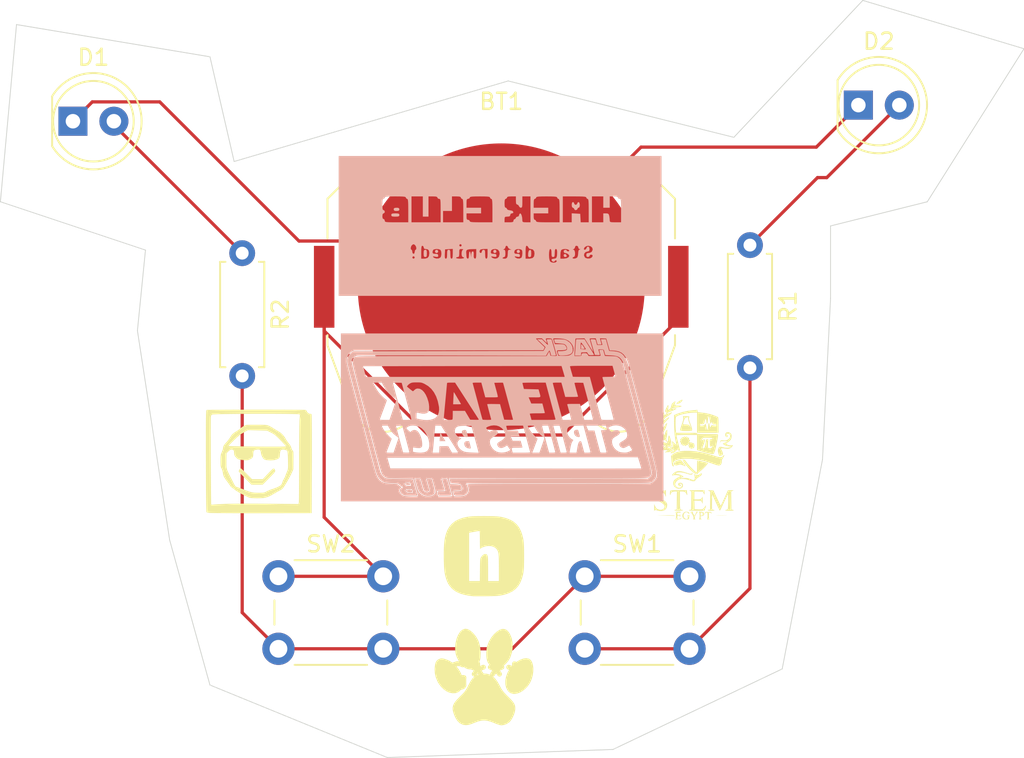
<source format=kicad_pcb>
(kicad_pcb (version 20241229) (generator "pcbnew") (generator_version "9.0")
  (layers (0 "F.Cu" signal) (2 "B.Cu" signal) (13 "F.Paste" user) (15 "B.Paste" user) (5 "F.SilkS" user "F.Silkscreen") (7 "B.SilkS" user "B.Silkscreen") (1 "F.Mask" user) (3 "B.Mask" user) (25 "Edge.Cuts" user))
  (net 0 "")
  (net 1 "Net-(BT1-+)")
  (net 2 "Net-(BT1--)")
  (net 3 "Net-(D1-A)")
  (net 4 "Net-(D2-A)")
  (net 5 "Net-(R1-Pad2)")
  (net 6 "Net-(R2-Pad2)")
  (footprint "LOGO" (layer "F.Cu") (at 130 88)
    (property "Reference" "G***" (hide yes))
    (property "Value" "LOGO" (hide yes))
  )
  (footprint "LOGO" (layer "F.Cu") (at 144 94)
    (property "Reference" "G***" (hide yes))
    (property "Value" "LOGO" (hide yes))
  )
  (footprint "Button_Switch_THT:SW_PUSH_6mm_H7.3mm" (layer "F.Cu") (at 150.25 95.25)
    (property "Reference" "SW1" (at 3.25 -2 0) (layer "F.SilkS"))
    (property "Value" "SW_Push")
    (pad "1" thru_hole circle (at 0 0 90) (size 2 2) (drill 1.1) (layers "*.Cu" "*.Mask") (net 6 "Net-(R2-Pad2)"))
    (pad "1" thru_hole circle (at 6.5 0 90) (size 2 2) (drill 1.1) (layers "*.Cu" "*.Mask") (net 6 "Net-(R2-Pad2)"))
    (pad "2" thru_hole circle (at 0 4.5 90) (size 2 2) (drill 1.1) (layers "*.Cu" "*.Mask") (net 5 "Net-(R1-Pad2)"))
    (pad "2" thru_hole circle (at 6.5 4.5 90) (size 2 2) (drill 1.1) (layers "*.Cu" "*.Mask") (net 5 "Net-(R1-Pad2)"))
  )
  (footprint "LOGO" (layer "F.Cu") (at 144 101.5)
    (property "Reference" "G***" (at 0 0 0) (layer "F.SilkS") (effects (font (size 1.5 1.5) (thickness 0.3))))
    (property "Value" "LOGO" (hide yes))
  )
  (footprint "LED_THT:LED_D5.0mm" (layer "F.Cu") (at 167.225 66)
    (property "Reference" "D2" (at 1.27 -3.96 0) (layer "F.SilkS"))
    (property "Value" "LED")
    (pad "1" thru_hole rect (at 0 0) (size 1.8 1.8) (drill 0.9) (layers "*.Cu" "*.Mask") (net 2 "Net-(BT1--)"))
    (pad "2" thru_hole circle (at 2.54 0) (size 1.8 1.8) (drill 0.9) (layers "*.Cu" "*.Mask") (net 4 "Net-(D2-A)"))
  )
  (footprint "Resistor_THT:R_Axial_DIN0207_L6.3mm_D2.5mm_P7.62mm_Horizontal" (layer "F.Cu") (at 129 75.19 -90)
    (property "Reference" "R2" (at 3.81 -2.37 90) (layer "F.SilkS"))
    (property "Value" "R")
    (pad "1" thru_hole circle (at 0 0 270) (size 1.6 1.6) (drill 0.8) (layers "*.Cu" "*.Mask") (net 3 "Net-(D1-A)"))
    (pad "2" thru_hole oval (at 7.62 0 270) (size 1.6 1.6) (drill 0.8) (layers "*.Cu" "*.Mask") (net 6 "Net-(R2-Pad2)"))
  )
  (footprint "Battery:BatteryHolder_Keystone_3034_1x20mm" (layer "F.Cu") (at 145.07 77.278075)
    (property "Reference" "BT1" (at 0 -11.5 0) (layer "F.SilkS"))
    (property "Value" "Battery_Cell")
    (pad "1" smd rect (at -10.985 0) (size 1.27 5.08) (layers "F.Cu" "F.Mask" "F.Paste") (net 1 "Net-(BT1-+)"))
    (pad "1" smd rect (at 10.985 0) (size 1.27 5.08) (layers "F.Cu" "F.Mask" "F.Paste") (net 1 "Net-(BT1-+)"))
    (pad "2" smd circle (at 0 0) (size 17.8 17.8) (layers "F.Cu" "F.Mask") (net 2 "Net-(BT1--)"))
  )
  (footprint "LED_THT:LED_D5.0mm" (layer "F.Cu") (at 118.5 67)
    (property "Reference" "D1" (at 1.27 -3.96 0) (layer "F.SilkS"))
    (property "Value" "LED")
    (pad "1" thru_hole rect (at 0 0) (size 1.8 1.8) (drill 0.9) (layers "*.Cu" "*.Mask") (net 2 "Net-(BT1--)"))
    (pad "2" thru_hole circle (at 2.54 0) (size 1.8 1.8) (drill 0.9) (layers "*.Cu" "*.Mask") (net 3 "Net-(D1-A)"))
  )
  (footprint "Resistor_THT:R_Axial_DIN0207_L6.3mm_D2.5mm_P7.62mm_Horizontal" (layer "F.Cu") (at 160.5 74.69 -90)
    (property "Reference" "R1" (at 3.81 -2.37 90) (layer "F.SilkS"))
    (property "Value" "R" (hide yes))
    (pad "1" thru_hole circle (at 0 0 270) (size 1.6 1.6) (drill 0.8) (layers "*.Cu" "*.Mask") (net 4 "Net-(D2-A)"))
    (pad "2" thru_hole oval (at 7.62 0 270) (size 1.6 1.6) (drill 0.8) (layers "*.Cu" "*.Mask") (net 5 "Net-(R1-Pad2)"))
  )
  (footprint "Button_Switch_THT:SW_PUSH_6mm_H7.3mm" (layer "F.Cu") (at 131.25 95.25)
    (property "Reference" "SW2" (at 3.25 -2 0) (layer "F.SilkS"))
    (property "Value" "SW_Push")
    (pad "1" thru_hole circle (at 0 0 90) (size 2 2) (drill 1.1) (layers "*.Cu" "*.Mask") (net 1 "Net-(BT1-+)"))
    (pad "1" thru_hole circle (at 6.5 0 90) (size 2 2) (drill 1.1) (layers "*.Cu" "*.Mask") (net 1 "Net-(BT1-+)"))
    (pad "2" thru_hole circle (at 0 4.5 90) (size 2 2) (drill 1.1) (layers "*.Cu" "*.Mask") (net 6 "Net-(R2-Pad2)"))
    (pad "2" thru_hole circle (at 6.5 4.5 90) (size 2 2) (drill 1.1) (layers "*.Cu" "*.Mask") (net 6 "Net-(R2-Pad2)"))
  )
  (footprint "LOGO" (layer "F.Cu") (at 157 88)
    (property "Reference" "G***" (hide yes))
    (property "Value" "LOGO" (hide yes))
  )
  (footprint "LOGO" (layer "B.Cu") (at 145 73.5 180)
    (property "Reference" "G***" (hide yes))
    (property "Value" "LOGO" (hide yes))
  )
  (footprint "LOGO" (layer "B.Cu") (at 145.126781 85.387516 180)
    (property "Reference" "G***" (hide yes))
    (property "Value" "LOGO" (hide yes))
  )
  (gr_line (start 165 88) (end 162.5 101) (stroke (width 0.05)) (layer "Edge.Cuts"))
  (gr_line (start 165.5 73.5) (end 165.5 78) (stroke (width 0.05)) (layer "Edge.Cuts"))
  (gr_line (start 128.5 69.5) (end 145.5 64.5) (stroke (width 0.05)) (layer "Edge.Cuts"))
  (gr_line (start 123 75) (end 114 72) (stroke (width 0.05)) (layer "Edge.Cuts"))
  (gr_line (start 145.5 64.5) (end 159.5 68) (stroke (width 0.05)) (layer "Edge.Cuts"))
  (gr_line (start 167.5 59.5) (end 177.5 62.5) (stroke (width 0.05)) (layer "Edge.Cuts"))
  (gr_line (start 177.5 62.5) (end 171.5 72) (stroke (width 0.05)) (layer "Edge.Cuts"))
  (gr_line (start 159.5 68) (end 167.5 59.5) (stroke (width 0.05)) (layer "Edge.Cuts"))
  (gr_line (start 152 106) (end 138 106.5) (stroke (width 0.05)) (layer "Edge.Cuts"))
  (gr_line (start 127 63) (end 128.5 69.5) (stroke (width 0.05)) (layer "Edge.Cuts"))
  (gr_line (start 124.5 93) (end 122.5 80) (stroke (width 0.05)) (layer "Edge.Cuts"))
  (gr_line (start 114 72) (end 115 61) (stroke (width 0.05)) (layer "Edge.Cuts"))
  (gr_line (start 162.5 101) (end 152 106) (stroke (width 0.05)) (layer "Edge.Cuts"))
  (gr_line (start 165.5 78) (end 165 88) (stroke (width 0.05)) (layer "Edge.Cuts"))
  (gr_line (start 115 61) (end 127 63) (stroke (width 0.05)) (layer "Edge.Cuts"))
  (gr_line (start 122.5 80) (end 123 75) (stroke (width 0.05)) (layer "Edge.Cuts"))
  (gr_line (start 171.5 72) (end 165.5 73.5) (stroke (width 0.05)) (layer "Edge.Cuts"))
  (gr_line (start 138 106.5) (end 127 102) (stroke (width 0.05)) (layer "Edge.Cuts"))
  (gr_line (start 127 102) (end 124.5 93) (stroke (width 0.05)) (layer "Edge.Cuts"))
  (segment (start 134.085 91.585) (end 134.085 77.278075) (width 0.2) (layer "F.Cu") (net 1))
  (segment (start 140.546 86.479075) (end 134.085 80.018075) (width 0.2) (layer "F.Cu") (net 1))
  (segment (start 156.055 77.278075) (end 156.055 79.305254) (width 0.2) (layer "F.Cu") (net 1))
  (segment (start 137.75 95.25) (end 134.085 91.585) (width 0.2) (layer "F.Cu") (net 1))
  (segment (start 148.881179 86.479075) (end 140.546 86.479075) (width 0.2) (layer "F.Cu") (net 1))
  (segment (start 156.055 79.305254) (end 148.881179 86.479075) (width 0.2) (layer "F.Cu") (net 1))
  (segment (start 134.085 80.018075) (end 134.085 77.278075) (width 0.2) (layer "F.Cu") (net 1))
  (segment (start 131.25 95.25) (end 137.75 95.25) (width 0.2) (layer "F.Cu") (net 1))
  (segment (start 119.701 65.799) (end 123.884256 65.799) (width 0.2) (layer "F.Cu") (net 2))
  (segment (start 153.739811 68.608264) (end 145.07 77.278075) (width 0.2) (layer "F.Cu") (net 2))
  (segment (start 164.616736 68.608264) (end 153.739811 68.608264) (width 0.2) (layer "F.Cu") (net 2))
  (segment (start 132.522331 74.437075) (end 142.229 74.437075) (width 0.2) (layer "F.Cu") (net 2))
  (segment (start 167.225 66) (end 164.616736 68.608264) (width 0.2) (layer "F.Cu") (net 2))
  (segment (start 142.229 74.437075) (end 145.07 77.278075) (width 0.2) (layer "F.Cu") (net 2))
  (segment (start 123.884256 65.799) (end 132.522331 74.437075) (width 0.2) (layer "F.Cu") (net 2))
  (segment (start 118.5 67) (end 119.701 65.799) (width 0.2) (layer "F.Cu") (net 2))
  (segment (start 129 75.19) (end 121.04 67.23) (width 0.2) (layer "F.Cu") (net 3))
  (segment (start 121.04 67.23) (end 121.04 67) (width 0.2) (layer "F.Cu") (net 3))
  (segment (start 165.265 70.5) (end 164.69 70.5) (width 0.2) (layer "F.Cu") (net 4))
  (segment (start 164.69 70.5) (end 160.5 74.69) (width 0.2) (layer "F.Cu") (net 4))
  (segment (start 169.765 66) (end 165.265 70.5) (width 0.2) (layer "F.Cu") (net 4))
  (segment (start 160.5 82.31) (end 160.5 96) (width 0.2) (layer "F.Cu") (net 5))
  (segment (start 160.5 96) (end 156.75 99.75) (width 0.2) (layer "F.Cu") (net 5))
  (segment (start 150.25 99.75) (end 156.75 99.75) (width 0.2) (layer "F.Cu") (net 5))
  (segment (start 129 97.5) (end 131.25 99.75) (width 0.2) (layer "F.Cu") (net 6))
  (segment (start 150.25 95.25) (end 156.75 95.25) (width 0.2) (layer "F.Cu") (net 6))
  (segment (start 137.75 99.75) (end 131.25 99.75) (width 0.2) (layer "F.Cu") (net 6))
  (segment (start 145.75 99.75) (end 137.75 99.75) (width 0.2) (layer "F.Cu") (net 6))
  (segment (start 129 82.81) (end 129 97.5) (width 0.2) (layer "F.Cu") (net 6))
  (segment (start 150.25 95.25) (end 145.75 99.75) (width 0.2) (layer "F.Cu") (net 6))
)
</source>
